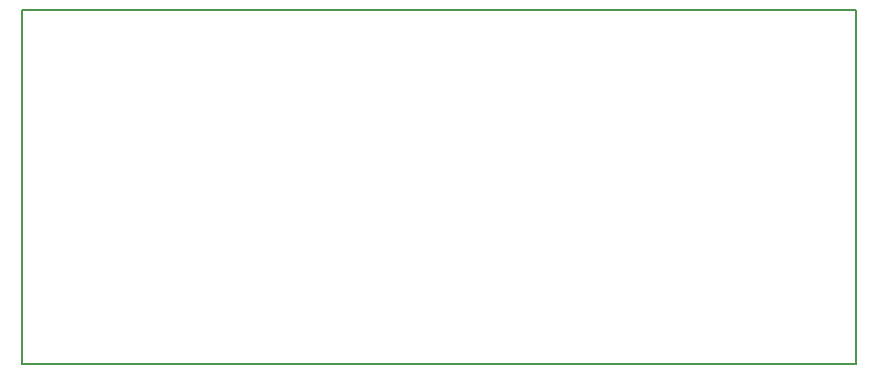
<source format=gbr>
%TF.GenerationSoftware,KiCad,Pcbnew,6.0.4-6f826c9f35~116~ubuntu20.04.1*%
%TF.CreationDate,2022-08-16T16:27:46+00:00*%
%TF.ProjectId,VCAI2C02A,56434149-3243-4303-9241-2e6b69636164,rev?*%
%TF.SameCoordinates,Original*%
%TF.FileFunction,Profile,NP*%
%FSLAX46Y46*%
G04 Gerber Fmt 4.6, Leading zero omitted, Abs format (unit mm)*
G04 Created by KiCad (PCBNEW 6.0.4-6f826c9f35~116~ubuntu20.04.1) date 2022-08-16 16:27:46*
%MOMM*%
%LPD*%
G01*
G04 APERTURE LIST*
%TA.AperFunction,Profile*%
%ADD10C,0.200000*%
%TD*%
G04 APERTURE END LIST*
D10*
X65786000Y4826000D02*
X-4826000Y4826000D01*
X65786000Y-25146000D02*
X65786000Y4826000D01*
X-4826000Y-25146000D02*
X65786000Y-25146000D01*
X-4826000Y4826000D02*
X-4826000Y-25146000D01*
M02*

</source>
